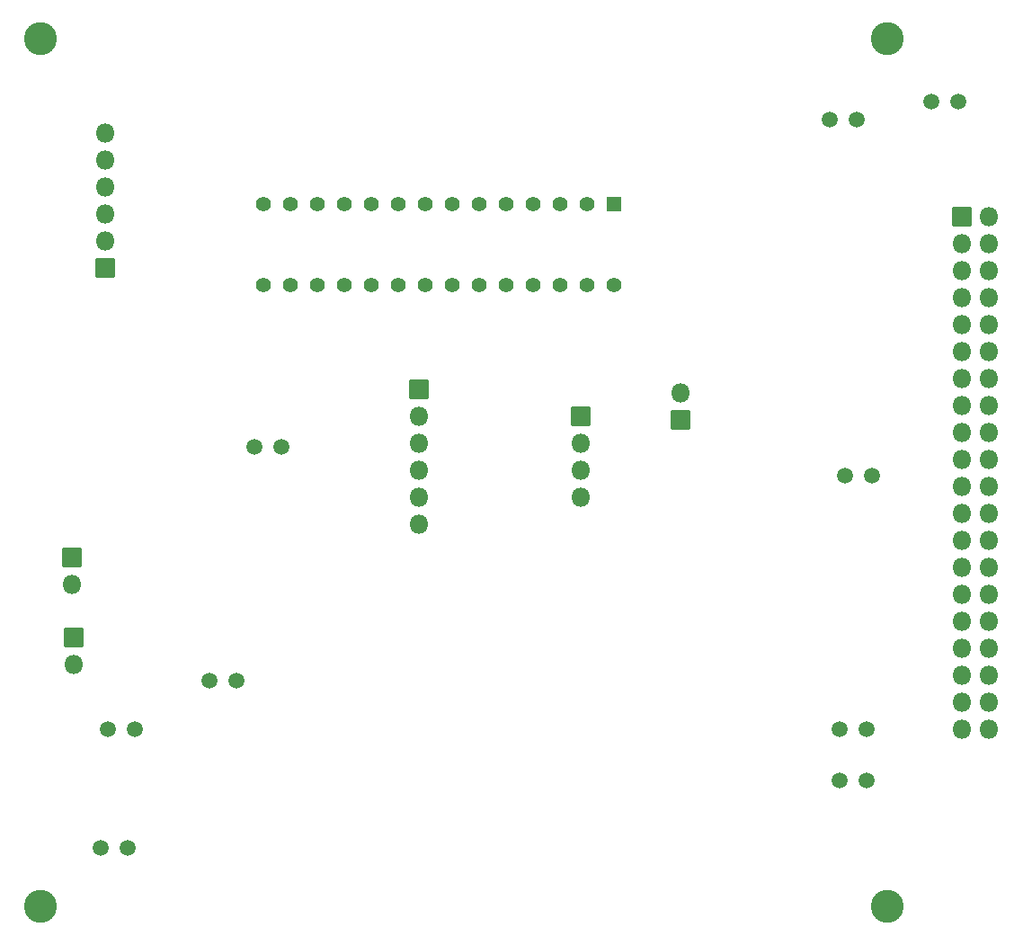
<source format=gbs>
%TF.GenerationSoftware,KiCad,Pcbnew,(6.0.1)*%
%TF.CreationDate,2022-04-25T06:12:33-06:00*%
%TF.ProjectId,ColoradoCUBE_Payload,436f6c6f-7261-4646-9f43-5542455f5061,rev?*%
%TF.SameCoordinates,Original*%
%TF.FileFunction,Soldermask,Bot*%
%TF.FilePolarity,Negative*%
%FSLAX46Y46*%
G04 Gerber Fmt 4.6, Leading zero omitted, Abs format (unit mm)*
G04 Created by KiCad (PCBNEW (6.0.1)) date 2022-04-25 06:12:33*
%MOMM*%
%LPD*%
G01*
G04 APERTURE LIST*
G04 Aperture macros list*
%AMRoundRect*
0 Rectangle with rounded corners*
0 $1 Rounding radius*
0 $2 $3 $4 $5 $6 $7 $8 $9 X,Y pos of 4 corners*
0 Add a 4 corners polygon primitive as box body*
4,1,4,$2,$3,$4,$5,$6,$7,$8,$9,$2,$3,0*
0 Add four circle primitives for the rounded corners*
1,1,$1+$1,$2,$3*
1,1,$1+$1,$4,$5*
1,1,$1+$1,$6,$7*
1,1,$1+$1,$8,$9*
0 Add four rect primitives between the rounded corners*
20,1,$1+$1,$2,$3,$4,$5,0*
20,1,$1+$1,$4,$5,$6,$7,0*
20,1,$1+$1,$6,$7,$8,$9,0*
20,1,$1+$1,$8,$9,$2,$3,0*%
G04 Aperture macros list end*
%ADD10RoundRect,0.050800X0.850000X0.850000X-0.850000X0.850000X-0.850000X-0.850000X0.850000X-0.850000X0*%
%ADD11O,1.801600X1.801600*%
%ADD12C,1.501600*%
%ADD13RoundRect,0.050800X-0.660400X0.660400X-0.660400X-0.660400X0.660400X-0.660400X0.660400X0.660400X0*%
%ADD14C,1.422400*%
%ADD15RoundRect,0.050800X-0.850000X-0.850000X0.850000X-0.850000X0.850000X0.850000X-0.850000X0.850000X0*%
%ADD16C,3.101600*%
G04 APERTURE END LIST*
D10*
X114610998Y-67310000D03*
D11*
X114610998Y-64770000D03*
X114610998Y-62230000D03*
X114610998Y-59690000D03*
X114610998Y-57150000D03*
X114610998Y-54610000D03*
D12*
X182880000Y-53340000D03*
X185420000Y-53340000D03*
D13*
X162560000Y-61341000D03*
D14*
X160020000Y-61341000D03*
X157480000Y-61341000D03*
X154940000Y-61341000D03*
X152400000Y-61341000D03*
X149860000Y-61341000D03*
X147320000Y-61341000D03*
X144780000Y-61341000D03*
X142240000Y-61341000D03*
X139700000Y-61341000D03*
X137160000Y-61341000D03*
X134620000Y-61341000D03*
X132080000Y-61341000D03*
X129540000Y-61341000D03*
X129540000Y-68961000D03*
X132080000Y-68961000D03*
X134620000Y-68961000D03*
X137160000Y-68961000D03*
X139700000Y-68961000D03*
X142240000Y-68961000D03*
X144780000Y-68961000D03*
X147320000Y-68961000D03*
X149860000Y-68961000D03*
X152400000Y-68961000D03*
X154940000Y-68961000D03*
X157480000Y-68961000D03*
X160020000Y-68961000D03*
X162560000Y-68961000D03*
D15*
X159385000Y-81280000D03*
D11*
X159385000Y-83820000D03*
X159385000Y-86360000D03*
X159385000Y-88900000D03*
D15*
X195326000Y-62484000D03*
D11*
X197866000Y-62484000D03*
X195326000Y-65024000D03*
X197866000Y-65024000D03*
X195326000Y-67564000D03*
X197866000Y-67564000D03*
X195326000Y-70104000D03*
X197866000Y-70104000D03*
X195326000Y-72644000D03*
X197866000Y-72644000D03*
X195326000Y-75184000D03*
X197866000Y-75184000D03*
X195326000Y-77724000D03*
X197866000Y-77724000D03*
X195326000Y-80264000D03*
X197866000Y-80264000D03*
X195326000Y-82804000D03*
X197866000Y-82804000D03*
X195326000Y-85344000D03*
X197866000Y-85344000D03*
X195326000Y-87884000D03*
X197866000Y-87884000D03*
X195326000Y-90424000D03*
X197866000Y-90424000D03*
X195326000Y-92964000D03*
X197866000Y-92964000D03*
X195326000Y-95504000D03*
X197866000Y-95504000D03*
X195326000Y-98044000D03*
X197866000Y-98044000D03*
X195326000Y-100584000D03*
X197866000Y-100584000D03*
X195326000Y-103124000D03*
X197866000Y-103124000D03*
X195326000Y-105664000D03*
X197866000Y-105664000D03*
X195326000Y-108204000D03*
X197866000Y-108204000D03*
X195326000Y-110744000D03*
X197866000Y-110744000D03*
D12*
X126980000Y-106172000D03*
X124440000Y-106172000D03*
X128651000Y-84201000D03*
X131191000Y-84201000D03*
D15*
X144145000Y-78740000D03*
D11*
X144145000Y-81280000D03*
X144145000Y-83820000D03*
X144145000Y-86360000D03*
X144145000Y-88900000D03*
X144145000Y-91440000D03*
D12*
X183769000Y-110744000D03*
X186309000Y-110744000D03*
D16*
X188250000Y-127422000D03*
X108550000Y-127422000D03*
D12*
X192405000Y-51689000D03*
X194945000Y-51689000D03*
X183769000Y-115570000D03*
X186309000Y-115570000D03*
D10*
X168783000Y-81666000D03*
D11*
X168783000Y-79126000D03*
D12*
X184277000Y-86868000D03*
X186817000Y-86868000D03*
D16*
X188250000Y-45722000D03*
D12*
X114828000Y-110744000D03*
X117368000Y-110744000D03*
X114173000Y-121920000D03*
X116713000Y-121920000D03*
D15*
X111633000Y-102108000D03*
D11*
X111633000Y-104648000D03*
D16*
X108550000Y-45722000D03*
D15*
X111506000Y-94615000D03*
D11*
X111506000Y-97155000D03*
M02*

</source>
